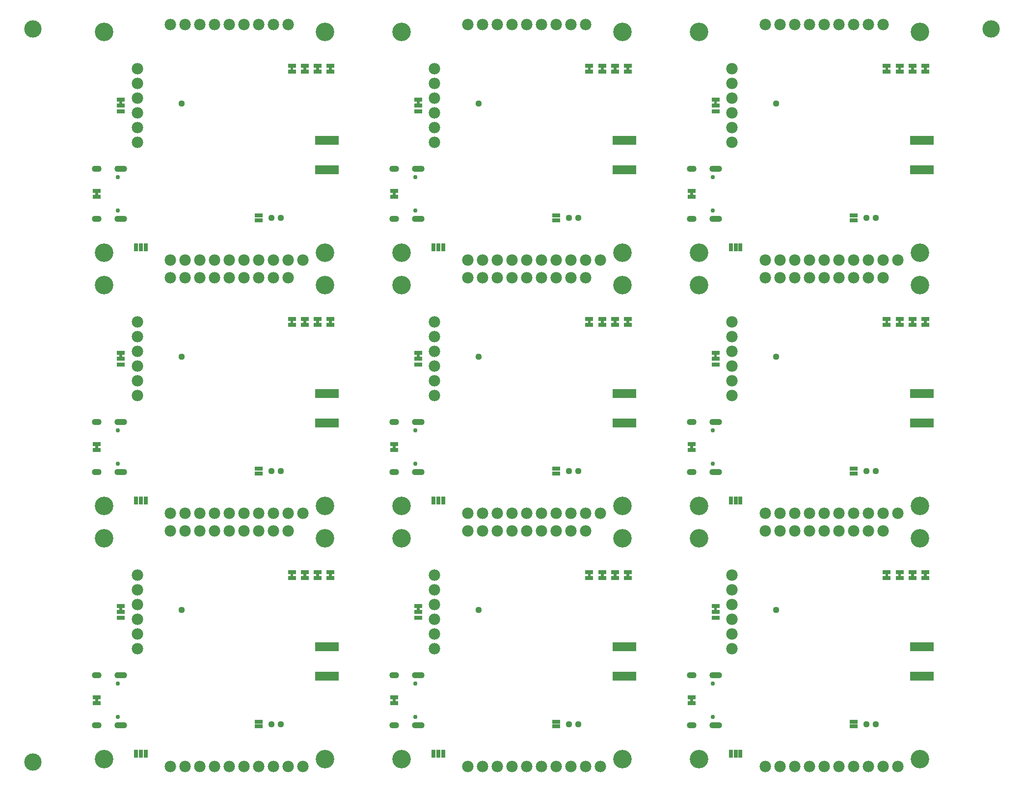
<source format=gbs>
%TF.GenerationSoftware,KiCad,Pcbnew,9.0.1*%
%TF.CreationDate,2025-04-24T15:23:21-06:00*%
%TF.ProjectId,SparkFun_GNSS_ZED-X20P_panelized,53706172-6b46-4756-9e5f-474e53535f5a,rev?*%
%TF.SameCoordinates,Original*%
%TF.FileFunction,Soldermask,Bot*%
%TF.FilePolarity,Negative*%
%FSLAX46Y46*%
G04 Gerber Fmt 4.6, Leading zero omitted, Abs format (unit mm)*
G04 Created by KiCad (PCBNEW 9.0.1) date 2025-04-24 15:23:21*
%MOMM*%
%LPD*%
G01*
G04 APERTURE LIST*
G04 Aperture macros list*
%AMRoundRect*
0 Rectangle with rounded corners*
0 $1 Rounding radius*
0 $2 $3 $4 $5 $6 $7 $8 $9 X,Y pos of 4 corners*
0 Add a 4 corners polygon primitive as box body*
4,1,4,$2,$3,$4,$5,$6,$7,$8,$9,$2,$3,0*
0 Add four circle primitives for the rounded corners*
1,1,$1+$1,$2,$3*
1,1,$1+$1,$4,$5*
1,1,$1+$1,$6,$7*
1,1,$1+$1,$8,$9*
0 Add four rect primitives between the rounded corners*
20,1,$1+$1,$2,$3,$4,$5,0*
20,1,$1+$1,$4,$5,$6,$7,0*
20,1,$1+$1,$6,$7,$8,$9,0*
20,1,$1+$1,$8,$9,$2,$3,0*%
G04 Aperture macros list end*
%ADD10C,0.000000*%
%ADD11C,3.000000*%
%ADD12RoundRect,0.050000X-0.635000X0.330200X-0.635000X-0.330200X0.635000X-0.330200X0.635000X0.330200X0*%
%ADD13RoundRect,0.558000X0.000010X0.000010X-0.000010X0.000010X-0.000010X-0.000010X0.000010X-0.000010X0*%
%ADD14RoundRect,0.050000X-0.635000X0.317500X-0.635000X-0.317500X0.635000X-0.317500X0.635000X0.317500X0*%
%ADD15RoundRect,0.050000X0.635000X-0.330200X0.635000X0.330200X-0.635000X0.330200X-0.635000X-0.330200X0*%
%ADD16RoundRect,0.050000X0.317500X0.635000X-0.317500X0.635000X-0.317500X-0.635000X0.317500X-0.635000X0*%
%ADD17C,3.200000*%
%ADD18C,1.979600*%
%ADD19RoundRect,0.050000X-2.000000X0.750000X-2.000000X-0.750000X2.000000X-0.750000X2.000000X0.750000X0*%
%ADD20C,0.750000*%
%ADD21O,1.700000X1.100000*%
%ADD22O,2.200000X1.100000*%
G04 APERTURE END LIST*
D10*
%TO.C,JP5*%
G36*
X142210500Y121396000D02*
G01*
X141729500Y121396000D01*
X141729500Y121904000D01*
X142210500Y121904000D01*
X142210500Y121396000D01*
G37*
G36*
X142210500Y77716000D02*
G01*
X141729500Y77716000D01*
X141729500Y78224000D01*
X142210500Y78224000D01*
X142210500Y77716000D01*
G37*
G36*
X142210500Y34036000D02*
G01*
X141729500Y34036000D01*
X141729500Y34544000D01*
X142210500Y34544000D01*
X142210500Y34036000D01*
G37*
G36*
X90910500Y121396000D02*
G01*
X90429500Y121396000D01*
X90429500Y121904000D01*
X90910500Y121904000D01*
X90910500Y121396000D01*
G37*
G36*
X90910500Y77716000D02*
G01*
X90429500Y77716000D01*
X90429500Y78224000D01*
X90910500Y78224000D01*
X90910500Y77716000D01*
G37*
G36*
X90910500Y34036000D02*
G01*
X90429500Y34036000D01*
X90429500Y34544000D01*
X90910500Y34544000D01*
X90910500Y34036000D01*
G37*
G36*
X39610500Y121396000D02*
G01*
X39129500Y121396000D01*
X39129500Y121904000D01*
X39610500Y121904000D01*
X39610500Y121396000D01*
G37*
G36*
X39610500Y77716000D02*
G01*
X39129500Y77716000D01*
X39129500Y78224000D01*
X39610500Y78224000D01*
X39610500Y77716000D01*
G37*
%TO.C,JP2*%
G36*
X137765500Y121396000D02*
G01*
X137284500Y121396000D01*
X137284500Y121904000D01*
X137765500Y121904000D01*
X137765500Y121396000D01*
G37*
G36*
X137765500Y77716000D02*
G01*
X137284500Y77716000D01*
X137284500Y78224000D01*
X137765500Y78224000D01*
X137765500Y77716000D01*
G37*
G36*
X137765500Y34036000D02*
G01*
X137284500Y34036000D01*
X137284500Y34544000D01*
X137765500Y34544000D01*
X137765500Y34036000D01*
G37*
G36*
X86465500Y121396000D02*
G01*
X85984500Y121396000D01*
X85984500Y121904000D01*
X86465500Y121904000D01*
X86465500Y121396000D01*
G37*
G36*
X86465500Y77716000D02*
G01*
X85984500Y77716000D01*
X85984500Y78224000D01*
X86465500Y78224000D01*
X86465500Y77716000D01*
G37*
G36*
X86465500Y34036000D02*
G01*
X85984500Y34036000D01*
X85984500Y34544000D01*
X86465500Y34544000D01*
X86465500Y34036000D01*
G37*
G36*
X35165500Y121396000D02*
G01*
X34684500Y121396000D01*
X34684500Y121904000D01*
X35165500Y121904000D01*
X35165500Y121396000D01*
G37*
G36*
X35165500Y77716000D02*
G01*
X34684500Y77716000D01*
X34684500Y78224000D01*
X35165500Y78224000D01*
X35165500Y77716000D01*
G37*
%TO.C,JP8*%
G36*
X144433000Y121396000D02*
G01*
X143952000Y121396000D01*
X143952000Y121904000D01*
X144433000Y121904000D01*
X144433000Y121396000D01*
G37*
G36*
X144433000Y77716000D02*
G01*
X143952000Y77716000D01*
X143952000Y78224000D01*
X144433000Y78224000D01*
X144433000Y77716000D01*
G37*
G36*
X144433000Y34036000D02*
G01*
X143952000Y34036000D01*
X143952000Y34544000D01*
X144433000Y34544000D01*
X144433000Y34036000D01*
G37*
G36*
X93133000Y121396000D02*
G01*
X92652000Y121396000D01*
X92652000Y121904000D01*
X93133000Y121904000D01*
X93133000Y121396000D01*
G37*
G36*
X93133000Y77716000D02*
G01*
X92652000Y77716000D01*
X92652000Y78224000D01*
X93133000Y78224000D01*
X93133000Y77716000D01*
G37*
G36*
X93133000Y34036000D02*
G01*
X92652000Y34036000D01*
X92652000Y34544000D01*
X93133000Y34544000D01*
X93133000Y34036000D01*
G37*
G36*
X41833000Y121396000D02*
G01*
X41352000Y121396000D01*
X41352000Y121904000D01*
X41833000Y121904000D01*
X41833000Y121396000D01*
G37*
G36*
X41833000Y77716000D02*
G01*
X41352000Y77716000D01*
X41352000Y78224000D01*
X41833000Y78224000D01*
X41833000Y77716000D01*
G37*
%TO.C,JP7*%
G36*
X104106750Y99806000D02*
G01*
X103625750Y99806000D01*
X103625750Y100314000D01*
X104106750Y100314000D01*
X104106750Y99806000D01*
G37*
G36*
X104106750Y56126000D02*
G01*
X103625750Y56126000D01*
X103625750Y56634000D01*
X104106750Y56634000D01*
X104106750Y56126000D01*
G37*
G36*
X104106750Y12446000D02*
G01*
X103625750Y12446000D01*
X103625750Y12954000D01*
X104106750Y12954000D01*
X104106750Y12446000D01*
G37*
G36*
X52806750Y99806000D02*
G01*
X52325750Y99806000D01*
X52325750Y100314000D01*
X52806750Y100314000D01*
X52806750Y99806000D01*
G37*
G36*
X52806750Y56126000D02*
G01*
X52325750Y56126000D01*
X52325750Y56634000D01*
X52806750Y56634000D01*
X52806750Y56126000D01*
G37*
G36*
X52806750Y12446000D02*
G01*
X52325750Y12446000D01*
X52325750Y12954000D01*
X52806750Y12954000D01*
X52806750Y12446000D01*
G37*
G36*
X1506750Y99806000D02*
G01*
X1025750Y99806000D01*
X1025750Y100314000D01*
X1506750Y100314000D01*
X1506750Y99806000D01*
G37*
G36*
X1506750Y56126000D02*
G01*
X1025750Y56126000D01*
X1025750Y56634000D01*
X1506750Y56634000D01*
X1506750Y56126000D01*
G37*
%TO.C,JP3*%
G36*
X139988000Y121396000D02*
G01*
X139507000Y121396000D01*
X139507000Y121904000D01*
X139988000Y121904000D01*
X139988000Y121396000D01*
G37*
G36*
X139988000Y77716000D02*
G01*
X139507000Y77716000D01*
X139507000Y78224000D01*
X139988000Y78224000D01*
X139988000Y77716000D01*
G37*
G36*
X139988000Y34036000D02*
G01*
X139507000Y34036000D01*
X139507000Y34544000D01*
X139988000Y34544000D01*
X139988000Y34036000D01*
G37*
G36*
X88688000Y121396000D02*
G01*
X88207000Y121396000D01*
X88207000Y121904000D01*
X88688000Y121904000D01*
X88688000Y121396000D01*
G37*
G36*
X88688000Y77716000D02*
G01*
X88207000Y77716000D01*
X88207000Y78224000D01*
X88688000Y78224000D01*
X88688000Y77716000D01*
G37*
G36*
X88688000Y34036000D02*
G01*
X88207000Y34036000D01*
X88207000Y34544000D01*
X88688000Y34544000D01*
X88688000Y34036000D01*
G37*
G36*
X37388000Y121396000D02*
G01*
X36907000Y121396000D01*
X36907000Y121904000D01*
X37388000Y121904000D01*
X37388000Y121396000D01*
G37*
G36*
X37388000Y77716000D02*
G01*
X36907000Y77716000D01*
X36907000Y78224000D01*
X37388000Y78224000D01*
X37388000Y77716000D01*
G37*
%TO.C,JP4*%
G36*
X108238000Y115566700D02*
G01*
X107757000Y115566700D01*
X107757000Y116074700D01*
X108238000Y116074700D01*
X108238000Y115566700D01*
G37*
G36*
X108238000Y71886700D02*
G01*
X107757000Y71886700D01*
X107757000Y72394700D01*
X108238000Y72394700D01*
X108238000Y71886700D01*
G37*
G36*
X108238000Y28206700D02*
G01*
X107757000Y28206700D01*
X107757000Y28714700D01*
X108238000Y28714700D01*
X108238000Y28206700D01*
G37*
G36*
X56938000Y115566700D02*
G01*
X56457000Y115566700D01*
X56457000Y116074700D01*
X56938000Y116074700D01*
X56938000Y115566700D01*
G37*
G36*
X56938000Y71886700D02*
G01*
X56457000Y71886700D01*
X56457000Y72394700D01*
X56938000Y72394700D01*
X56938000Y71886700D01*
G37*
G36*
X56938000Y28206700D02*
G01*
X56457000Y28206700D01*
X56457000Y28714700D01*
X56938000Y28714700D01*
X56938000Y28206700D01*
G37*
G36*
X5638000Y115566700D02*
G01*
X5157000Y115566700D01*
X5157000Y116074700D01*
X5638000Y116074700D01*
X5638000Y115566700D01*
G37*
G36*
X5638000Y71886700D02*
G01*
X5157000Y71886700D01*
X5157000Y72394700D01*
X5638000Y72394700D01*
X5638000Y71886700D01*
G37*
G36*
X5638000Y28206700D02*
G01*
X5157000Y28206700D01*
X5157000Y28714700D01*
X5638000Y28714700D01*
X5638000Y28206700D01*
G37*
%TO.C,JP3*%
G36*
X37388000Y34036000D02*
G01*
X36907000Y34036000D01*
X36907000Y34544000D01*
X37388000Y34544000D01*
X37388000Y34036000D01*
G37*
%TO.C,JP7*%
G36*
X1506750Y12446000D02*
G01*
X1025750Y12446000D01*
X1025750Y12954000D01*
X1506750Y12954000D01*
X1506750Y12446000D01*
G37*
%TO.C,JP8*%
G36*
X41833000Y34036000D02*
G01*
X41352000Y34036000D01*
X41352000Y34544000D01*
X41833000Y34544000D01*
X41833000Y34036000D01*
G37*
%TO.C,JP2*%
G36*
X35165500Y34036000D02*
G01*
X34684500Y34036000D01*
X34684500Y34544000D01*
X35165500Y34544000D01*
X35165500Y34036000D01*
G37*
%TO.C,JP5*%
G36*
X39610500Y34036000D02*
G01*
X39129500Y34036000D01*
X39129500Y34544000D01*
X39610500Y34544000D01*
X39610500Y34036000D01*
G37*
%TD*%
D11*
%TO.C,*%
X155487500Y128540000D03*
%TD*%
%TO.C,*%
X-9707500Y128540000D03*
%TD*%
%TO.C,*%
X-9707500Y2000000D03*
%TD*%
D12*
%TO.C,JP5*%
X141970000Y122170700D03*
X141970000Y121129300D03*
%TD*%
%TO.C,JP5*%
X141970000Y78490700D03*
X141970000Y77449300D03*
%TD*%
%TO.C,JP5*%
X141970000Y34810700D03*
X141970000Y33769300D03*
%TD*%
%TO.C,JP5*%
X90670000Y122170700D03*
X90670000Y121129300D03*
%TD*%
%TO.C,JP5*%
X90670000Y78490700D03*
X90670000Y77449300D03*
%TD*%
%TO.C,JP5*%
X90670000Y34810700D03*
X90670000Y33769300D03*
%TD*%
%TO.C,JP5*%
X39370000Y122170700D03*
X39370000Y121129300D03*
%TD*%
%TO.C,JP5*%
X39370000Y78490700D03*
X39370000Y77449300D03*
%TD*%
D13*
%TO.C,TP1*%
X134032500Y95932500D03*
%TD*%
%TO.C,TP1*%
X134032500Y52252500D03*
%TD*%
%TO.C,TP1*%
X134032500Y8572500D03*
%TD*%
%TO.C,TP1*%
X82732500Y95932500D03*
%TD*%
%TO.C,TP1*%
X82732500Y52252500D03*
%TD*%
%TO.C,TP1*%
X82732500Y8572500D03*
%TD*%
%TO.C,TP1*%
X31432500Y95932500D03*
%TD*%
%TO.C,TP1*%
X31432500Y52252500D03*
%TD*%
D12*
%TO.C,JP2*%
X137525000Y122170700D03*
X137525000Y121129300D03*
%TD*%
%TO.C,JP2*%
X137525000Y78490700D03*
X137525000Y77449300D03*
%TD*%
%TO.C,JP2*%
X137525000Y34810700D03*
X137525000Y33769300D03*
%TD*%
%TO.C,JP2*%
X86225000Y122170700D03*
X86225000Y121129300D03*
%TD*%
%TO.C,JP2*%
X86225000Y78490700D03*
X86225000Y77449300D03*
%TD*%
%TO.C,JP2*%
X86225000Y34810700D03*
X86225000Y33769300D03*
%TD*%
%TO.C,JP2*%
X34925000Y122170700D03*
X34925000Y121129300D03*
%TD*%
%TO.C,JP2*%
X34925000Y78490700D03*
X34925000Y77449300D03*
%TD*%
D14*
%TO.C,JP10*%
X131810000Y96338900D03*
X131810000Y95526100D03*
%TD*%
%TO.C,JP10*%
X131810000Y52658900D03*
X131810000Y51846100D03*
%TD*%
%TO.C,JP10*%
X131810000Y8978900D03*
X131810000Y8166100D03*
%TD*%
%TO.C,JP10*%
X80510000Y96338900D03*
X80510000Y95526100D03*
%TD*%
%TO.C,JP10*%
X80510000Y52658900D03*
X80510000Y51846100D03*
%TD*%
%TO.C,JP10*%
X80510000Y8978900D03*
X80510000Y8166100D03*
%TD*%
%TO.C,JP10*%
X29210000Y96338900D03*
X29210000Y95526100D03*
%TD*%
%TO.C,JP10*%
X29210000Y52658900D03*
X29210000Y51846100D03*
%TD*%
D13*
%TO.C,TP4*%
X135620000Y95932500D03*
%TD*%
%TO.C,TP4*%
X135620000Y52252500D03*
%TD*%
%TO.C,TP4*%
X135620000Y8572500D03*
%TD*%
%TO.C,TP4*%
X84320000Y95932500D03*
%TD*%
%TO.C,TP4*%
X84320000Y52252500D03*
%TD*%
%TO.C,TP4*%
X84320000Y8572500D03*
%TD*%
%TO.C,TP4*%
X33020000Y95932500D03*
%TD*%
%TO.C,TP4*%
X33020000Y52252500D03*
%TD*%
D12*
%TO.C,JP8*%
X144192500Y122170700D03*
X144192500Y121129300D03*
%TD*%
%TO.C,JP8*%
X144192500Y78490700D03*
X144192500Y77449300D03*
%TD*%
%TO.C,JP8*%
X144192500Y34810700D03*
X144192500Y33769300D03*
%TD*%
%TO.C,JP8*%
X92892500Y122170700D03*
X92892500Y121129300D03*
%TD*%
%TO.C,JP8*%
X92892500Y78490700D03*
X92892500Y77449300D03*
%TD*%
%TO.C,JP8*%
X92892500Y34810700D03*
X92892500Y33769300D03*
%TD*%
%TO.C,JP8*%
X41592500Y122170700D03*
X41592500Y121129300D03*
%TD*%
%TO.C,JP8*%
X41592500Y78490700D03*
X41592500Y77449300D03*
%TD*%
%TO.C,JP7*%
X103866250Y100580700D03*
X103866250Y99539300D03*
%TD*%
%TO.C,JP7*%
X103866250Y56900700D03*
X103866250Y55859300D03*
%TD*%
%TO.C,JP7*%
X103866250Y13220700D03*
X103866250Y12179300D03*
%TD*%
%TO.C,JP7*%
X52566250Y100580700D03*
X52566250Y99539300D03*
%TD*%
%TO.C,JP7*%
X52566250Y56900700D03*
X52566250Y55859300D03*
%TD*%
%TO.C,JP7*%
X52566250Y13220700D03*
X52566250Y12179300D03*
%TD*%
%TO.C,JP7*%
X1266250Y100580700D03*
X1266250Y99539300D03*
%TD*%
%TO.C,JP7*%
X1266250Y56900700D03*
X1266250Y55859300D03*
%TD*%
%TO.C,JP3*%
X139747500Y122170700D03*
X139747500Y121129300D03*
%TD*%
%TO.C,JP3*%
X139747500Y78490700D03*
X139747500Y77449300D03*
%TD*%
%TO.C,JP3*%
X139747500Y34810700D03*
X139747500Y33769300D03*
%TD*%
%TO.C,JP3*%
X88447500Y122170700D03*
X88447500Y121129300D03*
%TD*%
%TO.C,JP3*%
X88447500Y78490700D03*
X88447500Y77449300D03*
%TD*%
%TO.C,JP3*%
X88447500Y34810700D03*
X88447500Y33769300D03*
%TD*%
%TO.C,JP3*%
X37147500Y122170700D03*
X37147500Y121129300D03*
%TD*%
%TO.C,JP3*%
X37147500Y78490700D03*
X37147500Y77449300D03*
%TD*%
D13*
%TO.C,TP2*%
X118475000Y115617500D03*
%TD*%
%TO.C,TP2*%
X118475000Y71937500D03*
%TD*%
%TO.C,TP2*%
X118475000Y28257500D03*
%TD*%
%TO.C,TP2*%
X67175000Y115617500D03*
%TD*%
%TO.C,TP2*%
X67175000Y71937500D03*
%TD*%
%TO.C,TP2*%
X67175000Y28257500D03*
%TD*%
%TO.C,TP2*%
X15875000Y115617500D03*
%TD*%
%TO.C,TP2*%
X15875000Y71937500D03*
%TD*%
D12*
%TO.C,JP4*%
X107997500Y116341400D03*
X107997500Y115300000D03*
D15*
X107997500Y114258600D03*
%TD*%
D12*
%TO.C,JP4*%
X107997500Y72661400D03*
X107997500Y71620000D03*
D15*
X107997500Y70578600D03*
%TD*%
D12*
%TO.C,JP4*%
X107997500Y28981400D03*
X107997500Y27940000D03*
D15*
X107997500Y26898600D03*
%TD*%
D12*
%TO.C,JP4*%
X56697500Y116341400D03*
X56697500Y115300000D03*
D15*
X56697500Y114258600D03*
%TD*%
D12*
%TO.C,JP4*%
X56697500Y72661400D03*
X56697500Y71620000D03*
D15*
X56697500Y70578600D03*
%TD*%
D12*
%TO.C,JP4*%
X56697500Y28981400D03*
X56697500Y27940000D03*
D15*
X56697500Y26898600D03*
%TD*%
D12*
%TO.C,JP4*%
X5397500Y116341400D03*
X5397500Y115300000D03*
D15*
X5397500Y114258600D03*
%TD*%
D12*
%TO.C,JP4*%
X5397500Y72661400D03*
X5397500Y71620000D03*
D15*
X5397500Y70578600D03*
%TD*%
D16*
%TO.C,JP9*%
X112302800Y90852500D03*
X111490000Y90852500D03*
X110677200Y90852500D03*
%TD*%
%TO.C,JP9*%
X112302800Y47172500D03*
X111490000Y47172500D03*
X110677200Y47172500D03*
%TD*%
%TO.C,JP9*%
X112302800Y3492500D03*
X111490000Y3492500D03*
X110677200Y3492500D03*
%TD*%
%TO.C,JP9*%
X61002800Y90852500D03*
X60190000Y90852500D03*
X59377200Y90852500D03*
%TD*%
%TO.C,JP9*%
X61002800Y47172500D03*
X60190000Y47172500D03*
X59377200Y47172500D03*
%TD*%
%TO.C,JP9*%
X61002800Y3492500D03*
X60190000Y3492500D03*
X59377200Y3492500D03*
%TD*%
%TO.C,JP9*%
X9702800Y90852500D03*
X8890000Y90852500D03*
X8077200Y90852500D03*
%TD*%
%TO.C,JP9*%
X9702800Y47172500D03*
X8890000Y47172500D03*
X8077200Y47172500D03*
%TD*%
D17*
%TO.C,ST4*%
X105140000Y89900000D03*
%TD*%
%TO.C,ST4*%
X105140000Y46220000D03*
%TD*%
%TO.C,ST4*%
X105140000Y2540000D03*
%TD*%
%TO.C,ST4*%
X53840000Y89900000D03*
%TD*%
%TO.C,ST4*%
X53840000Y46220000D03*
%TD*%
%TO.C,ST4*%
X53840000Y2540000D03*
%TD*%
%TO.C,ST4*%
X2540000Y89900000D03*
%TD*%
%TO.C,ST4*%
X2540000Y46220000D03*
%TD*%
%TO.C,ST3*%
X105140000Y128000000D03*
%TD*%
%TO.C,ST3*%
X105140000Y84320000D03*
%TD*%
%TO.C,ST3*%
X105140000Y40640000D03*
%TD*%
%TO.C,ST3*%
X53840000Y128000000D03*
%TD*%
%TO.C,ST3*%
X53840000Y84320000D03*
%TD*%
%TO.C,ST3*%
X53840000Y40640000D03*
%TD*%
%TO.C,ST3*%
X2540000Y128000000D03*
%TD*%
%TO.C,ST3*%
X2540000Y84320000D03*
%TD*%
D18*
%TO.C,J3*%
X136890000Y129270000D03*
X134350000Y129270000D03*
X131810000Y129270000D03*
X129270000Y129270000D03*
X126730000Y129270000D03*
X124190000Y129270000D03*
X121650000Y129270000D03*
X119110000Y129270000D03*
X116570000Y129270000D03*
%TD*%
%TO.C,J3*%
X136890000Y85590000D03*
X134350000Y85590000D03*
X131810000Y85590000D03*
X129270000Y85590000D03*
X126730000Y85590000D03*
X124190000Y85590000D03*
X121650000Y85590000D03*
X119110000Y85590000D03*
X116570000Y85590000D03*
%TD*%
%TO.C,J3*%
X136890000Y41910000D03*
X134350000Y41910000D03*
X131810000Y41910000D03*
X129270000Y41910000D03*
X126730000Y41910000D03*
X124190000Y41910000D03*
X121650000Y41910000D03*
X119110000Y41910000D03*
X116570000Y41910000D03*
%TD*%
%TO.C,J3*%
X85590000Y129270000D03*
X83050000Y129270000D03*
X80510000Y129270000D03*
X77970000Y129270000D03*
X75430000Y129270000D03*
X72890000Y129270000D03*
X70350000Y129270000D03*
X67810000Y129270000D03*
X65270000Y129270000D03*
%TD*%
%TO.C,J3*%
X85590000Y85590000D03*
X83050000Y85590000D03*
X80510000Y85590000D03*
X77970000Y85590000D03*
X75430000Y85590000D03*
X72890000Y85590000D03*
X70350000Y85590000D03*
X67810000Y85590000D03*
X65270000Y85590000D03*
%TD*%
%TO.C,J3*%
X85590000Y41910000D03*
X83050000Y41910000D03*
X80510000Y41910000D03*
X77970000Y41910000D03*
X75430000Y41910000D03*
X72890000Y41910000D03*
X70350000Y41910000D03*
X67810000Y41910000D03*
X65270000Y41910000D03*
%TD*%
%TO.C,J3*%
X34290000Y129270000D03*
X31750000Y129270000D03*
X29210000Y129270000D03*
X26670000Y129270000D03*
X24130000Y129270000D03*
X21590000Y129270000D03*
X19050000Y129270000D03*
X16510000Y129270000D03*
X13970000Y129270000D03*
%TD*%
%TO.C,J3*%
X34290000Y85590000D03*
X31750000Y85590000D03*
X29210000Y85590000D03*
X26670000Y85590000D03*
X24130000Y85590000D03*
X21590000Y85590000D03*
X19050000Y85590000D03*
X16510000Y85590000D03*
X13970000Y85590000D03*
%TD*%
D17*
%TO.C,ST1*%
X143240000Y128000000D03*
%TD*%
%TO.C,ST1*%
X143240000Y84320000D03*
%TD*%
%TO.C,ST1*%
X143240000Y40640000D03*
%TD*%
%TO.C,ST1*%
X91940000Y128000000D03*
%TD*%
%TO.C,ST1*%
X91940000Y84320000D03*
%TD*%
%TO.C,ST1*%
X91940000Y40640000D03*
%TD*%
%TO.C,ST1*%
X40640000Y128000000D03*
%TD*%
%TO.C,ST1*%
X40640000Y84320000D03*
%TD*%
D18*
%TO.C,J9*%
X116570000Y88630000D03*
X119110000Y88630000D03*
X121650000Y88630000D03*
X124190000Y88630000D03*
%TD*%
%TO.C,J9*%
X116570000Y44950000D03*
X119110000Y44950000D03*
X121650000Y44950000D03*
X124190000Y44950000D03*
%TD*%
%TO.C,J9*%
X116570000Y1270000D03*
X119110000Y1270000D03*
X121650000Y1270000D03*
X124190000Y1270000D03*
%TD*%
%TO.C,J9*%
X65270000Y88630000D03*
X67810000Y88630000D03*
X70350000Y88630000D03*
X72890000Y88630000D03*
%TD*%
%TO.C,J9*%
X65270000Y44950000D03*
X67810000Y44950000D03*
X70350000Y44950000D03*
X72890000Y44950000D03*
%TD*%
%TO.C,J9*%
X65270000Y1270000D03*
X67810000Y1270000D03*
X70350000Y1270000D03*
X72890000Y1270000D03*
%TD*%
%TO.C,J9*%
X13970000Y88630000D03*
X16510000Y88630000D03*
X19050000Y88630000D03*
X21590000Y88630000D03*
%TD*%
%TO.C,J9*%
X13970000Y44950000D03*
X16510000Y44950000D03*
X19050000Y44950000D03*
X21590000Y44950000D03*
%TD*%
D19*
%TO.C,J5*%
X143557500Y109267500D03*
X143557500Y104187500D03*
%TD*%
%TO.C,J5*%
X143557500Y65587500D03*
X143557500Y60507500D03*
%TD*%
%TO.C,J5*%
X143557500Y21907500D03*
X143557500Y16827500D03*
%TD*%
%TO.C,J5*%
X92257500Y109267500D03*
X92257500Y104187500D03*
%TD*%
%TO.C,J5*%
X92257500Y65587500D03*
X92257500Y60507500D03*
%TD*%
%TO.C,J5*%
X92257500Y21907500D03*
X92257500Y16827500D03*
%TD*%
%TO.C,J5*%
X40957500Y109267500D03*
X40957500Y104187500D03*
%TD*%
%TO.C,J5*%
X40957500Y65587500D03*
X40957500Y60507500D03*
%TD*%
D17*
%TO.C,ST2*%
X143240000Y89900000D03*
%TD*%
%TO.C,ST2*%
X143240000Y46220000D03*
%TD*%
%TO.C,ST2*%
X143240000Y2540000D03*
%TD*%
%TO.C,ST2*%
X91940000Y89900000D03*
%TD*%
%TO.C,ST2*%
X91940000Y46220000D03*
%TD*%
%TO.C,ST2*%
X91940000Y2540000D03*
%TD*%
%TO.C,ST2*%
X40640000Y89900000D03*
%TD*%
%TO.C,ST2*%
X40640000Y46220000D03*
%TD*%
D20*
%TO.C,J1*%
X107505000Y102950000D03*
X107505000Y97170000D03*
D21*
X103855000Y104378000D03*
D22*
X108035000Y104378000D03*
X108035000Y95742000D03*
D21*
X103855000Y95742000D03*
%TD*%
D20*
%TO.C,J1*%
X107505000Y59270000D03*
X107505000Y53490000D03*
D21*
X103855000Y60698000D03*
D22*
X108035000Y60698000D03*
X108035000Y52062000D03*
D21*
X103855000Y52062000D03*
%TD*%
D20*
%TO.C,J1*%
X107505000Y15590000D03*
X107505000Y9810000D03*
D21*
X103855000Y17018000D03*
D22*
X108035000Y17018000D03*
X108035000Y8382000D03*
D21*
X103855000Y8382000D03*
%TD*%
D20*
%TO.C,J1*%
X56205000Y102950000D03*
X56205000Y97170000D03*
D21*
X52555000Y104378000D03*
D22*
X56735000Y104378000D03*
X56735000Y95742000D03*
D21*
X52555000Y95742000D03*
%TD*%
D20*
%TO.C,J1*%
X56205000Y59270000D03*
X56205000Y53490000D03*
D21*
X52555000Y60698000D03*
D22*
X56735000Y60698000D03*
X56735000Y52062000D03*
D21*
X52555000Y52062000D03*
%TD*%
D20*
%TO.C,J1*%
X56205000Y15590000D03*
X56205000Y9810000D03*
D21*
X52555000Y17018000D03*
D22*
X56735000Y17018000D03*
X56735000Y8382000D03*
D21*
X52555000Y8382000D03*
%TD*%
D20*
%TO.C,J1*%
X4905000Y102950000D03*
X4905000Y97170000D03*
D21*
X1255000Y104378000D03*
D22*
X5435000Y104378000D03*
X5435000Y95742000D03*
D21*
X1255000Y95742000D03*
%TD*%
D20*
%TO.C,J1*%
X4905000Y59270000D03*
X4905000Y53490000D03*
D21*
X1255000Y60698000D03*
D22*
X5435000Y60698000D03*
X5435000Y52062000D03*
D21*
X1255000Y52062000D03*
%TD*%
D18*
%TO.C,J11*%
X126730000Y88630000D03*
X129270000Y88630000D03*
X131810000Y88630000D03*
X134350000Y88630000D03*
X136890000Y88630000D03*
X139430000Y88630000D03*
%TD*%
%TO.C,J11*%
X126730000Y44950000D03*
X129270000Y44950000D03*
X131810000Y44950000D03*
X134350000Y44950000D03*
X136890000Y44950000D03*
X139430000Y44950000D03*
%TD*%
%TO.C,J11*%
X126730000Y1270000D03*
X129270000Y1270000D03*
X131810000Y1270000D03*
X134350000Y1270000D03*
X136890000Y1270000D03*
X139430000Y1270000D03*
%TD*%
%TO.C,J11*%
X75430000Y88630000D03*
X77970000Y88630000D03*
X80510000Y88630000D03*
X83050000Y88630000D03*
X85590000Y88630000D03*
X88130000Y88630000D03*
%TD*%
%TO.C,J11*%
X75430000Y44950000D03*
X77970000Y44950000D03*
X80510000Y44950000D03*
X83050000Y44950000D03*
X85590000Y44950000D03*
X88130000Y44950000D03*
%TD*%
%TO.C,J11*%
X75430000Y1270000D03*
X77970000Y1270000D03*
X80510000Y1270000D03*
X83050000Y1270000D03*
X85590000Y1270000D03*
X88130000Y1270000D03*
%TD*%
%TO.C,J11*%
X24130000Y88630000D03*
X26670000Y88630000D03*
X29210000Y88630000D03*
X31750000Y88630000D03*
X34290000Y88630000D03*
X36830000Y88630000D03*
%TD*%
%TO.C,J11*%
X24130000Y44950000D03*
X26670000Y44950000D03*
X29210000Y44950000D03*
X31750000Y44950000D03*
X34290000Y44950000D03*
X36830000Y44950000D03*
%TD*%
%TO.C,J2*%
X110855000Y121650000D03*
X110855000Y119110000D03*
X110855000Y116570000D03*
X110855000Y114030000D03*
X110855000Y111490000D03*
X110855000Y108950000D03*
%TD*%
%TO.C,J2*%
X110855000Y77970000D03*
X110855000Y75430000D03*
X110855000Y72890000D03*
X110855000Y70350000D03*
X110855000Y67810000D03*
X110855000Y65270000D03*
%TD*%
%TO.C,J2*%
X110855000Y34290000D03*
X110855000Y31750000D03*
X110855000Y29210000D03*
X110855000Y26670000D03*
X110855000Y24130000D03*
X110855000Y21590000D03*
%TD*%
%TO.C,J2*%
X59555000Y121650000D03*
X59555000Y119110000D03*
X59555000Y116570000D03*
X59555000Y114030000D03*
X59555000Y111490000D03*
X59555000Y108950000D03*
%TD*%
%TO.C,J2*%
X59555000Y77970000D03*
X59555000Y75430000D03*
X59555000Y72890000D03*
X59555000Y70350000D03*
X59555000Y67810000D03*
X59555000Y65270000D03*
%TD*%
%TO.C,J2*%
X59555000Y34290000D03*
X59555000Y31750000D03*
X59555000Y29210000D03*
X59555000Y26670000D03*
X59555000Y24130000D03*
X59555000Y21590000D03*
%TD*%
%TO.C,J2*%
X8255000Y121650000D03*
X8255000Y119110000D03*
X8255000Y116570000D03*
X8255000Y114030000D03*
X8255000Y111490000D03*
X8255000Y108950000D03*
%TD*%
%TO.C,J2*%
X8255000Y77970000D03*
X8255000Y75430000D03*
X8255000Y72890000D03*
X8255000Y70350000D03*
X8255000Y67810000D03*
X8255000Y65270000D03*
%TD*%
%TO.C,J2*%
X8255000Y34290000D03*
X8255000Y31750000D03*
X8255000Y29210000D03*
X8255000Y26670000D03*
X8255000Y24130000D03*
X8255000Y21590000D03*
%TD*%
%TO.C,J11*%
X24130000Y1270000D03*
X26670000Y1270000D03*
X29210000Y1270000D03*
X31750000Y1270000D03*
X34290000Y1270000D03*
X36830000Y1270000D03*
%TD*%
D20*
%TO.C,J1*%
X4905000Y15590000D03*
X4905000Y9810000D03*
D21*
X1255000Y17018000D03*
D22*
X5435000Y17018000D03*
X5435000Y8382000D03*
D21*
X1255000Y8382000D03*
%TD*%
D17*
%TO.C,ST2*%
X40640000Y2540000D03*
%TD*%
D19*
%TO.C,J5*%
X40957500Y21907500D03*
X40957500Y16827500D03*
%TD*%
D18*
%TO.C,J9*%
X13970000Y1270000D03*
X16510000Y1270000D03*
X19050000Y1270000D03*
X21590000Y1270000D03*
%TD*%
D17*
%TO.C,ST1*%
X40640000Y40640000D03*
%TD*%
D18*
%TO.C,J3*%
X34290000Y41910000D03*
X31750000Y41910000D03*
X29210000Y41910000D03*
X26670000Y41910000D03*
X24130000Y41910000D03*
X21590000Y41910000D03*
X19050000Y41910000D03*
X16510000Y41910000D03*
X13970000Y41910000D03*
%TD*%
D17*
%TO.C,ST3*%
X2540000Y40640000D03*
%TD*%
%TO.C,ST4*%
X2540000Y2540000D03*
%TD*%
D16*
%TO.C,JP9*%
X9702800Y3492500D03*
X8890000Y3492500D03*
X8077200Y3492500D03*
%TD*%
D12*
%TO.C,JP4*%
X5397500Y28981400D03*
X5397500Y27940000D03*
D15*
X5397500Y26898600D03*
%TD*%
D13*
%TO.C,TP2*%
X15875000Y28257500D03*
%TD*%
D12*
%TO.C,JP3*%
X37147500Y34810700D03*
X37147500Y33769300D03*
%TD*%
%TO.C,JP7*%
X1266250Y13220700D03*
X1266250Y12179300D03*
%TD*%
%TO.C,JP8*%
X41592500Y34810700D03*
X41592500Y33769300D03*
%TD*%
D13*
%TO.C,TP4*%
X33020000Y8572500D03*
%TD*%
D14*
%TO.C,JP10*%
X29210000Y8978900D03*
X29210000Y8166100D03*
%TD*%
D12*
%TO.C,JP2*%
X34925000Y34810700D03*
X34925000Y33769300D03*
%TD*%
D13*
%TO.C,TP1*%
X31432500Y8572500D03*
%TD*%
D12*
%TO.C,JP5*%
X39370000Y34810700D03*
X39370000Y33769300D03*
%TD*%
M02*

</source>
